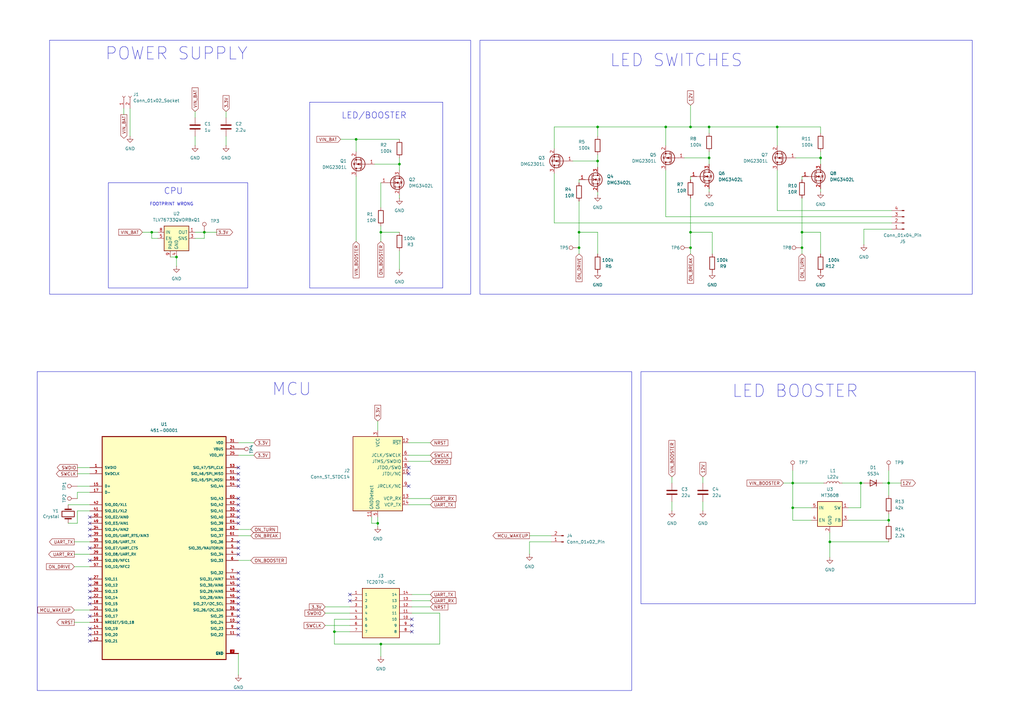
<source format=kicad_sch>
(kicad_sch (version 20250114) (generator "eeschema") (generator_version "9.0")
  (paper "A3")
  (title_block (title "ttl_receiver"))
  (rectangle (start 44.45 74.93) (end 101.6 118.11))
  (rectangle (start 20.32 16.51) (end 193.04 120.65))
  (rectangle (start 196.85 16.51) (end 398.78 120.65))
  (rectangle (start 127 41.91) (end 181.61 118.11))
  (rectangle (start 15.24 152.4) (end 259.08 283.21))
  (rectangle (start 262.89 152.4) (end 400.05 247.65))
  (text "LED/BOOSTER" (at 153.416 47.498 0) (effects (font (size 2.54 2.54))))
  (text "LED BOOSTER" (at 326.136 160.528 0) (effects (font (size 5.08 5.08))))
  (text "FOOTPRINT WRONG" (at 70.358 83.82 0) (effects (font (size 1.27 1.27))))
  (text "MCU" (at 119.634 159.766 0) (effects (font (size 5.08 5.08))))
  (text "CPU" (at 71.12 78.486 0) (effects (font (size 2.54 2.54))))
  (text "LED SWITCHES" (at 277.368 24.892 0) (effects (font (size 5.08 5.08))))
  (text "POWER SUPPLY" (at 72.39 22.098 0) (effects (font (size 5.08 5.08))))
  (junction (at 328.93 95.25))
  (junction (at 336.55 64.77))
  (junction (at 163.83 67.31))
  (junction (at 62.23 95.25))
  (junction (at 283.21 95.25))
  (junction (at 237.49 101.6))
  (junction (at 325.12 198.12))
  (junction (at 137.16 259.08))
  (junction (at 156.21 264.16))
  (junction (at 325.12 208.28))
  (junction (at 283.21 52.07))
  (junction (at 245.11 66.04))
  (junction (at 290.83 52.07))
  (junction (at 364.49 198.12))
  (junction (at 245.11 52.07))
  (junction (at 83.82 95.25))
  (junction (at 154.94 214.63))
  (junction (at 364.49 213.36))
  (junction (at 290.83 64.77))
  (junction (at 353.06 198.12))
  (junction (at 328.93 101.6))
  (junction (at 146.05 57.15))
  (junction (at 318.77 52.07))
  (junction (at 340.36 222.25))
  (junction (at 283.21 101.6))
  (junction (at 273.05 52.07))
  (junction (at 72.39 105.41))
  (junction (at 156.21 95.25))
  (junction (at 237.49 95.25))
  (no_connect (at 168.91 259.08))
  (no_connect (at 167.64 191.77))
  (no_connect (at 36.83 247.65))
  (no_connect (at 36.83 229.87))
  (no_connect (at 36.83 217.17))
  (no_connect (at 97.79 204.47))
  (no_connect (at 36.83 212.09))
  (no_connect (at 36.83 252.73))
  (no_connect (at 36.83 219.71))
  (no_connect (at 168.91 256.54))
  (no_connect (at 167.64 194.31))
  (no_connect (at 36.83 214.63))
  (no_connect (at 97.79 237.49))
  (no_connect (at 97.79 250.19))
  (no_connect (at 36.83 245.11))
  (no_connect (at 97.79 212.09))
  (no_connect (at 97.79 207.01))
  (no_connect (at 97.79 209.55))
  (no_connect (at 97.79 222.25))
  (no_connect (at 97.79 247.65))
  (no_connect (at 143.51 246.38))
  (no_connect (at 97.79 245.11))
  (no_connect (at 36.83 240.03))
  (no_connect (at 36.83 262.89))
  (no_connect (at 168.91 254))
  (no_connect (at 97.79 255.27))
  (no_connect (at 97.79 227.33))
  (no_connect (at 143.51 243.84))
  (no_connect (at 36.83 224.79))
  (no_connect (at 97.79 242.57))
  (no_connect (at 167.64 199.39))
  (no_connect (at 97.79 257.81))
  (no_connect (at 97.79 252.73))
  (no_connect (at 36.83 257.81))
  (no_connect (at 97.79 199.39))
  (no_connect (at 97.79 191.77))
  (no_connect (at 97.79 260.35))
  (no_connect (at 36.83 237.49))
  (no_connect (at 97.79 194.31))
  (no_connect (at 97.79 214.63))
  (no_connect (at 97.79 234.95))
  (no_connect (at 36.83 242.57))
  (no_connect (at 97.79 224.79))
  (no_connect (at 97.79 240.03))
  (no_connect (at 97.79 196.85))
  (no_connect (at 36.83 260.35))
  (wire (pts (xy 83.82 95.25) (xy 88.9 95.25)))
  (wire (pts (xy 176.53 243.84) (xy 168.91 243.84)))
  (wire (pts (xy 280.67 64.77) (xy 290.83 64.77)))
  (wire (pts (xy 290.83 52.07) (xy 290.83 54.61)))
  (wire (pts (xy 237.49 101.6) (xy 237.49 104.14)))
  (wire (pts (xy 245.11 95.25) (xy 245.11 104.14)))
  (wire (pts (xy 227.33 52.07) (xy 245.11 52.07)))
  (wire (pts (xy 288.29 209.55) (xy 288.29 205.74)))
  (wire (pts (xy 290.83 52.07) (xy 318.77 52.07)))
  (wire (pts (xy 326.39 64.77) (xy 336.55 64.77)))
  (wire (pts (xy 336.55 78.74) (xy 336.55 77.47)))
  (wire (pts (xy 152.4 214.63) (xy 152.4 212.09)))
  (wire (pts (xy 321.31 198.12) (xy 325.12 198.12)))
  (wire (pts (xy 328.93 72.39) (xy 328.93 73.66)))
  (wire (pts (xy 245.11 52.07) (xy 273.05 52.07)))
  (wire (pts (xy 283.21 72.39) (xy 283.21 73.66)))
  (wire (pts (xy 176.53 248.92) (xy 168.91 248.92)))
  (wire (pts (xy 290.83 62.23) (xy 290.83 64.77)))
  (wire (pts (xy 137.16 259.08) (xy 143.51 259.08)))
  (wire (pts (xy 154.94 172.72) (xy 154.94 176.53)))
  (wire (pts (xy 97.79 219.71) (xy 102.87 219.71)))
  (wire (pts (xy 143.51 254) (xy 137.16 254)))
  (wire (pts (xy 245.11 68.58) (xy 245.11 66.04)))
  (wire (pts (xy 328.93 95.25) (xy 328.93 101.6)))
  (wire (pts (xy 325.12 208.28) (xy 332.74 208.28)))
  (wire (pts (xy 318.77 86.36) (xy 318.77 69.85)))
  (wire (pts (xy 283.21 52.07) (xy 290.83 52.07)))
  (wire (pts (xy 227.33 91.44) (xy 365.76 91.44)))
  (wire (pts (xy 30.48 222.25) (xy 36.83 222.25)))
  (wire (pts (xy 245.11 55.88) (xy 245.11 52.07)))
  (wire (pts (xy 336.55 67.31) (xy 336.55 64.77)))
  (wire (pts (xy 354.33 93.98) (xy 365.76 93.98)))
  (wire (pts (xy 354.33 100.33) (xy 354.33 93.98)))
  (wire (pts (xy 336.55 95.25) (xy 328.93 95.25)))
  (wire (pts (xy 180.34 251.46) (xy 180.34 264.16)))
  (wire (pts (xy 340.36 222.25) (xy 364.49 222.25)))
  (wire (pts (xy 273.05 52.07) (xy 273.05 59.69)))
  (wire (pts (xy 361.95 198.12) (xy 364.49 198.12)))
  (wire (pts (xy 163.83 67.31) (xy 163.83 69.85)))
  (wire (pts (xy 156.21 95.25) (xy 156.21 99.06)))
  (wire (pts (xy 137.16 264.16) (xy 156.21 264.16)))
  (wire (pts (xy 283.21 81.28) (xy 283.21 95.25)))
  (wire (pts (xy 168.91 251.46) (xy 180.34 251.46)))
  (wire (pts (xy 245.11 63.5) (xy 245.11 66.04)))
  (wire (pts (xy 369.57 198.12) (xy 364.49 198.12)))
  (wire (pts (xy 30.48 255.27) (xy 36.83 255.27)))
  (wire (pts (xy 283.21 95.25) (xy 283.21 101.6)))
  (wire (pts (xy 146.05 57.15) (xy 163.83 57.15)))
  (wire (pts (xy 139.7 57.15) (xy 146.05 57.15)))
  (wire (pts (xy 325.12 198.12) (xy 325.12 208.28)))
  (wire (pts (xy 30.48 232.41) (xy 36.83 232.41)))
  (wire (pts (xy 137.16 254) (xy 137.16 259.08)))
  (wire (pts (xy 97.79 217.17) (xy 102.87 217.17)))
  (wire (pts (xy 354.33 198.12) (xy 353.06 198.12)))
  (wire (pts (xy 273.05 88.9) (xy 273.05 69.85)))
  (wire (pts (xy 31.75 199.39) (xy 36.83 199.39)))
  (wire (pts (xy 146.05 57.15) (xy 146.05 62.23)))
  (wire (pts (xy 133.35 251.46) (xy 143.51 251.46)))
  (wire (pts (xy 31.75 194.31) (xy 36.83 194.31)))
  (wire (pts (xy 163.83 102.87) (xy 163.83 110.49)))
  (wire (pts (xy 283.21 95.25) (xy 292.1 95.25)))
  (wire (pts (xy 283.21 101.6) (xy 283.21 104.14)))
  (wire (pts (xy 318.77 52.07) (xy 336.55 52.07)))
  (wire (pts (xy 217.17 222.25) (xy 217.17 227.33)))
  (wire (pts (xy 104.14 181.61) (xy 97.79 181.61)))
  (wire (pts (xy 292.1 95.25) (xy 292.1 104.14)))
  (wire (pts (xy 275.59 198.12) (xy 275.59 195.58)))
  (wire (pts (xy 156.21 264.16) (xy 156.21 269.24)))
  (wire (pts (xy 154.94 214.63) (xy 154.94 212.09)))
  (wire (pts (xy 97.79 229.87) (xy 102.87 229.87)))
  (wire (pts (xy 146.05 72.39) (xy 146.05 99.06)))
  (wire (pts (xy 92.71 59.69) (xy 92.71 55.88)))
  (wire (pts (xy 217.17 219.71) (xy 226.06 219.71)))
  (wire (pts (xy 353.06 208.28) (xy 347.98 208.28)))
  (wire (pts (xy 133.35 248.92) (xy 143.51 248.92)))
  (wire (pts (xy 340.36 218.44) (xy 340.36 222.25)))
  (wire (pts (xy 226.06 222.25) (xy 217.17 222.25)))
  (wire (pts (xy 154.94 215.9) (xy 154.94 214.63)))
  (wire (pts (xy 290.83 67.31) (xy 290.83 64.77)))
  (wire (pts (xy 347.98 213.36) (xy 364.49 213.36)))
  (wire (pts (xy 234.95 66.04) (xy 245.11 66.04)))
  (wire (pts (xy 92.71 45.72) (xy 92.71 48.26)))
  (wire (pts (xy 176.53 186.69) (xy 167.64 186.69)))
  (wire (pts (xy 80.01 59.69) (xy 80.01 55.88)))
  (wire (pts (xy 80.01 97.79) (xy 83.82 97.79)))
  (wire (pts (xy 345.44 198.12) (xy 353.06 198.12)))
  (wire (pts (xy 325.12 198.12) (xy 337.82 198.12)))
  (wire (pts (xy 72.39 109.22) (xy 72.39 105.41)))
  (wire (pts (xy 325.12 213.36) (xy 325.12 208.28)))
  (wire (pts (xy 97.79 276.86) (xy 97.79 267.97)))
  (wire (pts (xy 365.76 88.9) (xy 273.05 88.9)))
  (wire (pts (xy 80.01 48.26) (xy 80.01 45.72)))
  (wire (pts (xy 31.75 209.55) (xy 36.83 209.55)))
  (wire (pts (xy 364.49 193.04) (xy 364.49 198.12)))
  (wire (pts (xy 176.53 246.38) (xy 168.91 246.38)))
  (wire (pts (xy 288.29 195.58) (xy 288.29 198.12)))
  (wire (pts (xy 137.16 259.08) (xy 137.16 264.16)))
  (wire (pts (xy 336.55 52.07) (xy 336.55 54.61)))
  (wire (pts (xy 290.83 78.74) (xy 290.83 77.47)))
  (wire (pts (xy 176.53 204.47) (xy 167.64 204.47)))
  (wire (pts (xy 353.06 198.12) (xy 353.06 208.28)))
  (wire (pts (xy 176.53 207.01) (xy 167.64 207.01)))
  (wire (pts (xy 245.11 80.01) (xy 245.11 78.74)))
  (wire (pts (xy 332.74 213.36) (xy 325.12 213.36)))
  (wire (pts (xy 30.48 250.19) (xy 36.83 250.19)))
  (wire (pts (xy 80.01 95.25) (xy 83.82 95.25)))
  (wire (pts (xy 336.55 104.14) (xy 336.55 95.25)))
  (wire (pts (xy 53.34 44.45) (xy 53.34 55.88)))
  (wire (pts (xy 156.21 264.16) (xy 180.34 264.16)))
  (wire (pts (xy 156.21 92.71) (xy 156.21 95.25)))
  (wire (pts (xy 325.12 193.04) (xy 325.12 198.12)))
  (wire (pts (xy 176.53 189.23) (xy 167.64 189.23)))
  (wire (pts (xy 328.93 101.6) (xy 328.93 104.14)))
  (wire (pts (xy 97.79 186.69) (xy 104.14 186.69)))
  (wire (pts (xy 62.23 97.79) (xy 62.23 95.25)))
  (wire (pts (xy 64.77 97.79) (xy 62.23 97.79)))
  (wire (pts (xy 83.82 97.79) (xy 83.82 95.25)))
  (wire (pts (xy 36.83 201.93) (xy 31.75 201.93)))
  (wire (pts (xy 27.94 207.01) (xy 36.83 207.01)))
  (wire (pts (xy 31.75 201.93) (xy 31.75 204.47)))
  (wire (pts (xy 133.35 256.54) (xy 143.51 256.54)))
  (wire (pts (xy 163.83 81.28) (xy 163.83 80.01)))
  (wire (pts (xy 30.48 227.33) (xy 36.83 227.33)))
  (wire (pts (xy 154.94 214.63) (xy 152.4 214.63)))
  (wire (pts (xy 227.33 52.07) (xy 227.33 60.96)))
  (wire (pts (xy 31.75 214.63) (xy 27.94 214.63)))
  (wire (pts (xy 156.21 95.25) (xy 163.83 95.25)))
  (wire (pts (xy 62.23 95.25) (xy 58.42 95.25)))
  (wire (pts (xy 340.36 222.25) (xy 340.36 228.6)))
  (wire (pts (xy 328.93 81.28) (xy 328.93 95.25)))
  (wire (pts (xy 31.75 209.55) (xy 31.75 214.63)))
  (wire (pts (xy 364.49 214.63) (xy 364.49 213.36)))
  (wire (pts (xy 318.77 52.07) (xy 318.77 59.69)))
  (wire (pts (xy 163.83 64.77) (xy 163.83 67.31)))
  (wire (pts (xy 336.55 62.23) (xy 336.55 64.77)))
  (wire (pts (xy 273.05 52.07) (xy 283.21 52.07)))
  (wire (pts (xy 283.21 43.18) (xy 283.21 52.07)))
  (wire (pts (xy 237.49 95.25) (xy 237.49 101.6)))
  (wire (pts (xy 72.39 105.41) (xy 69.85 105.41)))
  (wire (pts (xy 237.49 73.66) (xy 237.49 74.93)))
  (wire (pts (xy 275.59 209.55) (xy 275.59 205.74)))
  (wire (pts (xy 237.49 82.55) (xy 237.49 95.25)))
  (wire (pts (xy 50.8 46.99) (xy 50.8 44.45)))
  (wire (pts (xy 237.49 95.25) (xy 245.11 95.25)))
  (wire (pts (xy 153.67 67.31) (xy 163.83 67.31)))
  (wire (pts (xy 176.53 181.61) (xy 167.64 181.61)))
  (wire (pts (xy 227.33 91.44) (xy 227.33 71.12)))
  (wire (pts (xy 156.21 74.93) (xy 156.21 85.09)))
  (wire (pts (xy 364.49 213.36) (xy 364.49 210.82)))
  (wire (pts (xy 365.76 86.36) (xy 318.77 86.36)))
  (wire (pts (xy 364.49 198.12) (xy 364.49 203.2)))
  (wire (pts (xy 64.77 95.25) (xy 62.23 95.25)))
  (wire (pts (xy 31.75 191.77) (xy 36.83 191.77)))
  (global_label "NRST" (shape input) (at 176.53 248.92 0) (property "Intersheetrefs" "${INTERSHEET_REFS}" (effects (hide yes))))
  (global_label "12V" (shape output) (at 369.57 198.12 0) (property "Intersheetrefs" "${INTERSHEET_REFS}" (effects (hide yes))))
  (global_label "ON_DRIVE" (shape input) (at 237.49 104.14 270) (property "Intersheetrefs" "${INTERSHEET_REFS}" (effects (hide yes))))
  (global_label "ON_TURN" (shape input) (at 328.93 104.14 270) (property "Intersheetrefs" "${INTERSHEET_REFS}" (effects (hide yes))))
  (global_label "MCU_WAKEUP" (shape input) (at 30.48 250.19 180) (property "Intersheetrefs" "${INTERSHEET_REFS}" (effects (hide yes))))
  (global_label "VIN_BAT" (shape input) (at 80.01 45.72 90) (property "Intersheetrefs" "${INTERSHEET_REFS}" (effects (hide yes))))
  (global_label "SWCLK" (shape output) (at 31.75 194.31 180) (property "Intersheetrefs" "${INTERSHEET_REFS}" (effects (hide yes))))
  (global_label "VIN_BOOSTER" (shape input) (at 146.05 99.06 270) (property "Intersheetrefs" "${INTERSHEET_REFS}" (effects (hide yes))))
  (global_label "SWDIO" (shape input) (at 176.53 189.23 0) (property "Intersheetrefs" "${INTERSHEET_REFS}" (effects (hide yes))))
  (global_label "UART_RX" (shape output) (at 30.48 227.33 180) (property "Intersheetrefs" "${INTERSHEET_REFS}" (effects (hide yes))))
  (global_label "ON_BOOSTER" (shape input) (at 102.87 229.87 0) (property "Intersheetrefs" "${INTERSHEET_REFS}" (effects (hide yes))))
  (global_label "3.3V" (shape input) (at 133.35 248.92 180) (property "Intersheetrefs" "${INTERSHEET_REFS}" (effects (hide yes))))
  (global_label "VIN_BOOSTER" (shape input) (at 321.31 198.12 180) (property "Intersheetrefs" "${INTERSHEET_REFS}" (effects (hide yes))))
  (global_label "SWCLK" (shape input) (at 133.35 256.54 180) (property "Intersheetrefs" "${INTERSHEET_REFS}" (effects (hide yes))))
  (global_label "3.3V" (shape input) (at 104.14 181.61 0) (property "Intersheetrefs" "${INTERSHEET_REFS}" (effects (hide yes))))
  (global_label "ON_BREAK" (shape input) (at 283.21 104.14 270) (property "Intersheetrefs" "${INTERSHEET_REFS}" (effects (hide yes))))
  (global_label "VIN_BAT" (shape output) (at 50.8 46.99 270) (property "Intersheetrefs" "${INTERSHEET_REFS}" (effects (hide yes))))
  (global_label "MCU_WAKEUP" (shape output) (at 217.17 219.71 180) (property "Intersheetrefs" "${INTERSHEET_REFS}" (effects (hide yes))))
  (global_label "UART_RX" (shape input) (at 176.53 204.47 0) (property "Intersheetrefs" "${INTERSHEET_REFS}" (effects (hide yes))))
  (global_label "UART_TX" (shape output) (at 30.48 222.25 180) (property "Intersheetrefs" "${INTERSHEET_REFS}" (effects (hide yes))))
  (global_label "12V" (shape input) (at 288.29 195.58 90) (property "Intersheetrefs" "${INTERSHEET_REFS}" (effects (hide yes))))
  (global_label "UART_TX" (shape input) (at 176.53 243.84 0) (property "Intersheetrefs" "${INTERSHEET_REFS}" (effects (hide yes))))
  (global_label "SWDIO" (shape input) (at 133.35 251.46 180) (property "Intersheetrefs" "${INTERSHEET_REFS}" (effects (hide yes))))
  (global_label "VIN_BAT" (shape input) (at 58.42 95.25 180) (property "Intersheetrefs" "${INTERSHEET_REFS}" (effects (hide yes))))
  (global_label "3.3V" (shape input) (at 92.71 45.72 90) (property "Intersheetrefs" "${INTERSHEET_REFS}" (effects (hide yes))))
  (global_label "VIN_BAT" (shape input) (at 139.7 57.15 180) (property "Intersheetrefs" "${INTERSHEET_REFS}" (effects (hide yes))))
  (global_label "NRST" (shape output) (at 30.48 255.27 180) (property "Intersheetrefs" "${INTERSHEET_REFS}" (effects (hide yes))))
  (global_label "SWDIO" (shape output) (at 31.75 191.77 180) (property "Intersheetrefs" "${INTERSHEET_REFS}" (effects (hide yes))))
  (global_label "ON_TURN" (shape input) (at 102.87 217.17 0) (property "Intersheetrefs" "${INTERSHEET_REFS}" (effects (hide yes))))
  (global_label "ON_BOOSTER" (shape input) (at 156.21 99.06 270) (property "Intersheetrefs" "${INTERSHEET_REFS}" (effects (hide yes))))
  (global_label "UART_RX" (shape input) (at 176.53 246.38 0) (property "Intersheetrefs" "${INTERSHEET_REFS}" (effects (hide yes))))
  (global_label "12V" (shape input) (at 283.21 43.18 90) (property "Intersheetrefs" "${INTERSHEET_REFS}" (effects (hide yes))))
  (global_label "3.3V" (shape output) (at 88.9 95.25 0) (property "Intersheetrefs" "${INTERSHEET_REFS}" (effects (hide yes))))
  (global_label "NRST" (shape input) (at 176.53 181.61 0) (property "Intersheetrefs" "${INTERSHEET_REFS}" (effects (hide yes))))
  (global_label "ON_DRIVE" (shape input) (at 30.48 232.41 180) (property "Intersheetrefs" "${INTERSHEET_REFS}" (effects (hide yes))))
  (global_label "3.3V" (shape input) (at 104.14 186.69 0) (property "Intersheetrefs" "${INTERSHEET_REFS}" (effects (hide yes))))
  (global_label "SWCLK" (shape input) (at 176.53 186.69 0) (property "Intersheetrefs" "${INTERSHEET_REFS}" (effects (hide yes))))
  (global_label "3.3V" (shape input) (at 154.94 172.72 90) (property "Intersheetrefs" "${INTERSHEET_REFS}" (effects (hide yes))))
  (global_label "ON_BREAK" (shape input) (at 102.87 219.71 0) (property "Intersheetrefs" "${INTERSHEET_REFS}" (effects (hide yes))))
  (global_label "VIN_BOOSTER" (shape input) (at 275.59 195.58 90) (property "Intersheetrefs" "${INTERSHEET_REFS}" (effects (hide yes))))
  (global_label "UART_TX" (shape input) (at 176.53 207.01 0) (property "Intersheetrefs" "${INTERSHEET_REFS}" (effects (hide yes))))
  (symbol (lib_id "Connector:TestPoint") (at 31.75 199.39 90) (unit 1)
    (property "Reference" "TP1" (at 26.416 201.168 0) (effects (justify left)))
    (property "Value" "TestPoint" (effects (hide yes)))
    (property "Footprint" "TestPoint:TestPoint_Pad_D2.0mm" (effects (hide yes)))
    (property "Description" "test point" (effects (hide yes)))
  )
  (symbol (lib_id "Device:R") (at 163.83 60.96 0) (unit 1)
    (property "Reference" "R2" (at 155.956 59.436 0) (effects (justify left)))
    (property "Value" "100k" (at 155.956 61.976 0) (effects (justify left)))
    (property "Footprint" "Resistor_SMD:R_1206_3216Metric_Pad1.30x1.75mm_HandSolder" (effects (hide yes)))
    (property "Description" "Resistor" (effects (hide yes)))
    (property "LCSC" "C17900" (effects (hide yes)))
  )
  (symbol (lib_id "Connector:TestPoint") (at 83.82 95.25 0) (unit 1)
    (property "Reference" "TP3" (at 86.36 90.6779 0) (effects (justify left)))
    (property "Value" "TestPoint" (effects (hide yes)))
    (property "Footprint" "TestPoint:TestPoint_Pad_D2.0mm" (effects (hide yes)))
    (property "Description" "test point" (effects (hide yes)))
  )
  (symbol (lib_id "Device:Crystal") (at 27.94 210.82 90) (unit 1)
    (property "Reference" "Y1" (at 21.59 209.55 90) (effects (justify right)))
    (property "Value" "Crystal" (at 17.526 211.836 90) (effects (justify right)))
    (property "Footprint" "Crystal:Crystal_SMD_MicroCrystal_CC8V-T1A-2Pin_2.0x1.2mm" (effects (hide yes)))
    (property "Description" "Two pin crystal" (effects (hide yes)))
    (property "Mouser Part#" "428-201410-MC01" (effects (hide yes)))
    (property "LCSC Part#" "C5142652" (effects (hide yes)))
    (property "LCSC" "C5142652" (effects (hide yes)))
  )
  (symbol (lib_id "power:GND") (at 80.01 59.69 0) (unit 1)
    (property "Reference" "#PWR03" (effects (hide yes)))
    (property "Value" "GND" (at 80.01 64.77 0))
    (property "Description" "Power symbol creates a global label with name \"GND\" , ground" (effects (hide yes)))
  )
  (symbol (lib_id "Device:R") (at 292.1 107.95 180) (unit 1)
    (property "Reference" "R9" (at 297.942 109.22 0) (effects (justify left)))
    (property "Value" "100k" (at 298.704 106.68 0) (effects (justify left)))
    (property "Footprint" "Resistor_SMD:R_1206_3216Metric_Pad1.30x1.75mm_HandSolder" (effects (hide yes)))
    (property "Description" "Resistor" (effects (hide yes)))
    (property "LCSC" "C17900" (effects (hide yes)))
  )
  (symbol (lib_id "power:GND") (at 53.34 55.88 0) (unit 1)
    (property "Reference" "#PWR01" (effects (hide yes)))
    (property "Value" "GND" (at 53.34 60.96 0))
    (property "Description" "Power symbol creates a global label with name \"GND\" , ground" (effects (hide yes)))
  )
  (symbol (lib_id "Transistor_FET:DMG3402L") (at 334.01 72.39 0) (unit 1)
    (property "Reference" "Q8" (at 340.36 71.1199 0) (effects (justify left)))
    (property "Value" "DMG3402L" (at 340.36 73.6599 0) (effects (justify left)))
    (property "Footprint" "Package_TO_SOT_SMD:SOT-23" (effects (hide yes)))
    (property "Datasheet" "http://www.diodes.com/assets/Datasheets/DMG3402L.pdf" (effects (hide yes)))
    (property "Description" "4A Id, 30V Vds, N-Channel MOSFET, SOT-23" (effects (hide yes)))
    (property "LCSC" "C96614" (effects (hide yes)))
  )
  (symbol (lib_id "power:GND") (at 292.1 111.76 0) (unit 1)
    (property "Reference" "#PWR016" (effects (hide yes)))
    (property "Value" "GND" (at 292.1 116.84 0))
    (property "Description" "Power symbol creates a global label with name \"GND\" , ground" (effects (hide yes)))
  )
  (symbol (lib_id "Device:R") (at 364.49 218.44 0) (unit 1)
    (property "Reference" "R14" (at 367.03 217.1699 0) (effects (justify left)))
    (property "Value" "2.2k" (at 367.03 219.7099 0) (effects (justify left)))
    (property "Footprint" "Resistor_SMD:R_1206_3216Metric_Pad1.30x1.75mm_HandSolder" (effects (hide yes)))
    (property "Description" "Resistor" (effects (hide yes)))
    (property "LCSC" "C114933" (effects (hide yes)))
  )
  (symbol (lib_id "TTF_Library:TC2070-IDC") (at 156.21 251.46 0) (unit 1)
    (property "Reference" "J3" (at 156.21 236.22 0))
    (property "Value" "TC2070-IDC" (at 156.21 238.76 0))
    (property "Footprint" "TTF_Lib:TAG-CONNECT_TC2070-IDC" (effects (hide yes)))
    (property "Datasheet" "https://www.tag-connect.com/wp-content/uploads/bsk-pdf-manager/TC2070-IDC-NL_Datasheet_12.pdf" (effects (hide yes)))
    (property "Description" "https://www.tag-connect.com/product/tc2070-idc-nl-050" (effects (hide yes)))
    (property "SnapEDA_Link" "https://www.snapeda.com/parts/TC2070-IDC/Tag-Connect/view-part/?ref=snap" (effects (hide yes)))
    (property "MP" "TC2070-IDC" (effects (hide yes)))
    (property "MANUFACTURER" "TAG Connect" (effects (hide yes)))
  )
  (symbol (lib_id "Connector:TestPoint") (at 328.93 101.6 90) (unit 1)
    (property "Reference" "TP8" (at 322.834 101.6 90))
    (property "Value" "TestPoint" (effects (hide yes)))
    (property "Footprint" "TestPoint:TestPoint_Pad_D2.0mm" (effects (hide yes)))
    (property "Description" "test point" (effects (hide yes)))
  )
  (symbol (lib_id "Transistor_FET:DMG3402L") (at 288.29 72.39 0) (unit 1)
    (property "Reference" "Q6" (at 294.64 71.1199 0) (effects (justify left)))
    (property "Value" "DMG3402L" (at 294.64 73.6599 0) (effects (justify left)))
    (property "Footprint" "Package_TO_SOT_SMD:SOT-23" (effects (hide yes)))
    (property "Datasheet" "http://www.diodes.com/assets/Datasheets/DMG3402L.pdf" (effects (hide yes)))
    (property "Description" "4A Id, 30V Vds, N-Channel MOSFET, SOT-23" (effects (hide yes)))
    (property "LCSC" "C96614" (effects (hide yes)))
  )
  (symbol (lib_id "Device:R") (at 156.21 88.9 0) (unit 1)
    (property "Reference" "R1" (at 150.368 87.884 0) (effects (justify left)))
    (property "Value" "10R" (at 150.368 90.424 0) (effects (justify left)))
    (property "Footprint" "Resistor_SMD:R_1206_3216Metric_Pad1.30x1.75mm_HandSolder" (effects (hide yes)))
    (property "Description" "Resistor" (effects (hide yes)))
    (property "LCSC" "C104606" (effects (hide yes)))
  )
  (symbol (lib_id "Connector:TestPoint") (at 237.49 101.6 90) (unit 1)
    (property "Reference" "TP5" (at 231.394 101.6 90))
    (property "Value" "TestPoint" (effects (hide yes)))
    (property "Footprint" "TestPoint:TestPoint_Pad_D2.0mm" (effects (hide yes)))
    (property "Description" "test point" (effects (hide yes)))
  )
  (symbol (lib_id "Transistor_FET:DMG2301L") (at 321.31 64.77 180) (unit 1)
    (property "Reference" "Q7" (at 314.96 63.4999 0) (effects (justify left)))
    (property "Value" "DMG2301L" (at 314.96 66.0399 0) (effects (justify left)))
    (property "Footprint" "Package_TO_SOT_SMD:SOT-23" (effects (hide yes)))
    (property "Datasheet" "https://www.diodes.com/assets/Datasheets/DMG2301L.pdf" (effects (hide yes)))
    (property "Description" "-3A Id, -20V Vds, P-Channel MOSFET, SOT-23" (effects (hide yes)))
    (property "LCSC" "C102619" (effects (hide yes)))
  )
  (symbol (lib_id "Connector:Conn_01x02_Pin") (at 231.14 222.25 180) (unit 1)
    (property "Reference" "J4" (at 232.41 219.7099 0) (effects (justify right)))
    (property "Value" "Conn_01x02_Pin" (at 232.41 222.2499 0) (effects (justify right)))
    (property "Footprint" "Connector_PinSocket_2.54mm:PinSocket_1x02_P2.54mm_Vertical" (effects (hide yes)))
    (property "Description" "Generic connector, single row, 01x02, script generated" (effects (hide yes)))
  )
  (symbol (lib_id "Device:R") (at 163.83 99.06 180) (unit 1)
    (property "Reference" "R3" (at 169.672 100.33 0) (effects (justify left)))
    (property "Value" "100k" (at 170.434 97.79 0) (effects (justify left)))
    (property "Footprint" "Resistor_SMD:R_1206_3216Metric_Pad1.30x1.75mm_HandSolder" (effects (hide yes)))
    (property "Description" "Resistor" (effects (hide yes)))
    (property "LCSC" "C17900" (effects (hide yes)))
  )
  (symbol (lib_id "Device:R") (at 328.93 77.47 0) (unit 1)
    (property "Reference" "R10" (at 323.088 76.2 0) (effects (justify left)))
    (property "Value" "10R" (at 323.088 78.74 0) (effects (justify left)))
    (property "Footprint" "Resistor_SMD:R_1206_3216Metric_Pad1.30x1.75mm_HandSolder" (effects (hide yes)))
    (property "Description" "Resistor" (effects (hide yes)))
    (property "LCSC" "C104606" (effects (hide yes)))
  )
  (symbol (lib_id "Device:C") (at 275.59 201.93 0) (unit 1)
    (property "Reference" "C3" (at 279.4 200.6599 0) (effects (justify left)))
    (property "Value" "22u" (at 279.4 203.1999 0) (effects (justify left)))
    (property "Footprint" "Capacitor_SMD:C_1206_3216Metric_Pad1.33x1.80mm_HandSolder" (effects (hide yes)))
    (property "Description" "Unpolarized capacitor" (effects (hide yes)))
    (property "LCSC" "C12891" (effects (hide yes)))
  )
  (symbol (lib_id "Device:L") (at 341.63 198.12 90) (unit 1)
    (property "Reference" "L1" (at 341.63 193.04 90))
    (property "Value" "L22u" (at 341.63 195.58 90))
    (property "Footprint" "Inductor_SMD:L_1210_3225Metric" (effects (hide yes)))
    (property "Description" "Inductor" (effects (hide yes)))
    (property "LCSC" "C711136" (effects (hide yes)))
  )
  (symbol (lib_id "power:GND") (at 163.83 110.49 0) (unit 1)
    (property "Reference" "#PWR09" (effects (hide yes)))
    (property "Value" "GND" (at 163.83 115.57 0))
    (property "Description" "Power symbol creates a global label with name \"GND\" , ground" (effects (hide yes)))
  )
  (symbol (lib_id "Connector:Conn_01x02_Socket") (at 50.8 39.37 90) (unit 1)
    (property "Reference" "J1" (at 54.61 38.7349 90) (effects (justify right)))
    (property "Value" "Conn_01x02_Socket" (at 54.61 41.2749 90) (effects (justify right)))
    (property "Footprint" "Connector_PinHeader_2.54mm:PinHeader_1x02_P2.54mm_Vertical" (effects (hide yes)))
    (property "Description" "Generic connector, single row, 01x02, script generated" (effects (hide yes)))
  )
  (symbol (lib_id "Device:R") (at 336.55 107.95 180) (unit 1)
    (property "Reference" "R12" (at 342.392 109.22 0) (effects (justify left)))
    (property "Value" "100k" (at 344.424 106.68 0) (effects (justify left)))
    (property "Footprint" "Resistor_SMD:R_1206_3216Metric_Pad1.30x1.75mm_HandSolder" (effects (hide yes)))
    (property "Description" "Resistor" (effects (hide yes)))
    (property "LCSC" "C17900" (effects (hide yes)))
  )
  (symbol (lib_id "TTF_Library:451-00001") (at 67.31 224.79 0) (unit 1)
    (property "Reference" "U1" (at 67.31 173.99 0))
    (property "Value" "451-00001" (at 67.31 176.53 0))
    (property "Footprint" "TTF_Lib:XCVR_451-00001" (effects (hide yes)))
    (property "Datasheet" "https://www.lairdconnect.com/documentation/datasheet-bl654" (effects (hide yes)))
    (property "SnapEDA_Link" "https://www.snapeda.com/parts/451-00001/Laird/view-part/?ref=snap" (effects (hide yes)))
    (property "Description_1" "\n                        \n                            802.15.4, Bluetooth Bluetooth v5.0, Thread Transceiver Module 2.4GHz Integrated, Trace Surface Mount\n                        \n" (effects (hide yes)))
    (property "Package" "Module Laird -" (effects (hide yes)))
    (property "Check_prices" "https://www.snapeda.com/parts/451-00001/Laird/view-part/?ref=eda" (effects (hide yes)))
    (property "STANDARD" "Manufacturer Recommendations" (effects (hide yes)))
    (property "MF" "Laird -" (effects (hide yes)))
    (property "MP" "451-00001" (effects (hide yes)))
    (property "MANUFACTURER" "Laird Technology" (effects (hide yes)))
    (property "Mouser Part#" "814-451-00002" (effects (hide yes)))
    (property "LCSC" "C7185357" (effects (hide yes)))
  )
  (symbol (lib_id "Connector:TestPoint") (at 31.75 204.47 90) (unit 1)
    (property "Reference" "TP2" (at 26.416 206.248 0) (effects (justify left)))
    (property "Value" "TestPoint" (effects (hide yes)))
    (property "Footprint" "TestPoint:TestPoint_Pad_D2.0mm" (effects (hide yes)))
    (property "Description" "test point" (effects (hide yes)))
  )
  (symbol (lib_id "Device:C") (at 288.29 201.93 0) (unit 1)
    (property "Reference" "C4" (at 292.1 200.6599 0) (effects (justify left)))
    (property "Value" "22u" (at 292.1 203.1999 0) (effects (justify left)))
    (property "Footprint" "Capacitor_SMD:C_1206_3216Metric_Pad1.33x1.80mm_HandSolder" (effects (hide yes)))
    (property "Description" "Unpolarized capacitor" (effects (hide yes)))
    (property "LCSC" "C12891" (effects (hide yes)))
  )
  (symbol (lib_id "Connector:Conn_01x04_Pin") (at 370.84 91.44 180) (unit 1)
    (property "Reference" "J5" (at 370.205 99.06 0))
    (property "Value" "Conn_01x04_Pin" (at 370.205 96.52 0))
    (property "Footprint" "Connector_PinHeader_2.54mm:PinHeader_1x04_P2.54mm_Vertical" (effects (hide yes)))
    (property "Description" "Generic connector, single row, 01x04, script generated" (effects (hide yes)))
  )
  (symbol (lib_id "Device:D") (at 358.14 198.12 180) (unit 1)
    (property "Reference" "D1" (at 358.14 191.77 0))
    (property "Value" "SS34" (at 358.14 194.31 0))
    (property "Footprint" "Diode_SMD:D_SMA" (effects (hide yes)))
    (property "Datasheet" "https://www.mouser.at/datasheet/2/308/1/SS39_D-1814961.pdf" (effects (hide yes)))
    (property "Description" "Diode" (effects (hide yes)))
    (property "Sim.Device" "D" (effects (hide yes)))
    (property "Sim.Pins" "1=K 2=A" (effects (hide yes)))
    (property "LCSC" "C8678" (effects (hide yes)))
  )
  (symbol (lib_id "power:GND") (at 340.36 228.6 0) (unit 1)
    (property "Reference" "#PWR019" (effects (hide yes)))
    (property "Value" "GND" (at 340.36 233.68 0))
    (property "Description" "Power symbol creates a global label with name \"GND\" , ground" (effects (hide yes)))
  )
  (symbol (lib_id "Connector:TestPoint") (at 283.21 101.6 90) (unit 1)
    (property "Reference" "TP6" (at 277.114 101.6 90))
    (property "Value" "TestPoint" (effects (hide yes)))
    (property "Footprint" "TestPoint:TestPoint_Pad_D2.0mm" (effects (hide yes)))
    (property "Description" "test point" (effects (hide yes)))
  )
  (symbol (lib_id "Transistor_FET:DMG2301L") (at 229.87 66.04 180) (unit 1)
    (property "Reference" "Q3" (at 223.52 64.7699 0) (effects (justify left)))
    (property "Value" "DMG2301L" (at 223.52 67.3099 0) (effects (justify left)))
    (property "Footprint" "Package_TO_SOT_SMD:SOT-23" (effects (hide yes)))
    (property "Datasheet" "https://www.diodes.com/assets/Datasheets/DMG2301L.pdf" (effects (hide yes)))
    (property "Description" "-3A Id, -20V Vds, P-Channel MOSFET, SOT-23" (effects (hide yes)))
    (property "LCSC" "C102619" (effects (hide yes)))
  )
  (symbol (lib_id "Device:R") (at 364.49 207.01 0) (unit 1)
    (property "Reference" "R13" (at 367.03 205.7399 0) (effects (justify left)))
    (property "Value" "42k" (at 367.03 208.2799 0) (effects (justify left)))
    (property "Footprint" "Resistor_SMD:R_1206_3216Metric_Pad1.30x1.75mm_HandSolder" (effects (hide yes)))
    (property "Description" "Resistor" (effects (hide yes)))
    (property "LCSC" "C229633" (effects (hide yes)))
  )
  (symbol (lib_id "Device:R") (at 290.83 58.42 0) (unit 1)
    (property "Reference" "R8" (at 282.956 56.896 0) (effects (justify left)))
    (property "Value" "100k" (at 282.956 59.436 0) (effects (justify left)))
    (property "Footprint" "Resistor_SMD:R_1206_3216Metric_Pad1.30x1.75mm_HandSolder" (effects (hide yes)))
    (property "Description" "Resistor" (effects (hide yes)))
    (property "LCSC" "C17900" (effects (hide yes)))
  )
  (symbol (lib_id "Device:C") (at 92.71 52.07 0) (unit 1)
    (property "Reference" "C2" (at 96.52 50.7999 0) (effects (justify left)))
    (property "Value" "2.2u" (at 96.52 53.3399 0) (effects (justify left)))
    (property "Footprint" "Capacitor_SMD:C_1206_3216Metric_Pad1.33x1.80mm_HandSolder" (effects (hide yes)))
    (property "Description" "Unpolarized capacitor" (effects (hide yes)))
    (property "LCSC" "C50254" (effects (hide yes)))
  )
  (symbol (lib_id "Connector:Conn_ST_STDC14") (at 154.94 194.31 0) (unit 1)
    (property "Reference" "J2" (at 143.51 193.0399 0) (effects (justify right)))
    (property "Value" "Conn_ST_STDC14" (at 143.51 195.5799 0) (effects (justify right)))
    (property "Footprint" "Connector_PinHeader_1.27mm:PinHeader_2x07_P1.27mm_Vertical_SMD" (effects (hide yes)))
    (property "Datasheet" "https://www.st.com/content/ccc/resource/technical/document/user_manual/group1/99/49/91/b6/b2/3a/46/e5/DM00526767/files/DM00526767.pdf/jcr:content/translations/en.DM00526767.pdf" (effects (hide yes)))
    (property "Description" "ST Debug Connector, standard ARM Cortex-M SWD and JTAG interface plus UART" (effects (hide yes)))
    (property "LCSC" "C41370775" (effects (hide yes)))
  )
  (symbol (lib_id "power:GND") (at 217.17 227.33 0) (unit 1)
    (property "Reference" "#PWR010" (effects (hide yes)))
    (property "Value" "GND" (at 217.17 232.41 0))
    (property "Description" "Power symbol creates a global label with name \"GND\" , ground" (effects (hide yes)))
  )
  (symbol (lib_id "Regulator_Linear:TLV76733QWDRBxQ1") (at 72.39 97.79 0) (unit 1)
    (property "Reference" "U2" (at 72.39 87.63 0))
    (property "Value" "TLV76733QWDRBxQ1" (at 72.39 90.17 0))
    (property "Footprint" "TTF_Lib:SOP65P490X110-9N" (effects (hide yes)))
    (property "Datasheet" "https://www.ti.com/lit/ds/symlink/tlv767.pdf?ts=1737014666523&ref_url=https%253A%252F%252Fwww.ti.com%252Fproduct%252FTLV767" (effects (hide yes)))
    (property "Description" "1A, 16V Precision Linear Voltage Regulator, with enable pin, Fixed Output 3.3V SOP6" (effects (hide yes)))
    (property "LCSC" "C2873382" (effects (hide yes)))
  )
  (symbol (lib_id "Connector:TestPoint") (at 97.79 184.15 270) (unit 1)
    (property "Reference" "TP4" (at 103.124 182.372 0) (effects (justify left)))
    (property "Value" "TestPoint" (effects (hide yes)))
    (property "Footprint" "TestPoint:TestPoint_Pad_D2.0mm" (effects (hide yes)))
    (property "Description" "test point" (effects (hide yes)))
  )
  (symbol (lib_id "Device:R") (at 283.21 77.47 0) (unit 1)
    (property "Reference" "R7" (at 277.622 75.692 0) (effects (justify left)))
    (property "Value" "10R" (at 277.622 78.232 0) (effects (justify left)))
    (property "Footprint" "Resistor_SMD:R_1206_3216Metric_Pad1.30x1.75mm_HandSolder" (effects (hide yes)))
    (property "Description" "Resistor" (effects (hide yes)))
    (property "LCSC" "C104606" (effects (hide yes)))
  )
  (symbol (lib_id "Connector:TestPoint") (at 364.49 193.04 0) (unit 1)
    (property "Reference" "TP9" (at 367.03 189.7379 0) (effects (justify left)))
    (property "Value" "OUT BOOSTER" (effects (hide yes)))
    (property "Footprint" "TestPoint:TestPoint_Pad_D2.0mm" (effects (hide yes)))
    (property "Description" "test point" (effects (hide yes)))
  )
  (symbol (lib_id "Connector:TestPoint") (at 325.12 193.04 0) (unit 1)
    (property "Reference" "TP7" (at 327.66 189.7379 0) (effects (justify left)))
    (property "Value" "IN BOOSTER" (effects (hide yes)))
    (property "Footprint" "TestPoint:TestPoint_Pad_D2.0mm" (effects (hide yes)))
    (property "Description" "test point" (effects (hide yes)))
  )
  (symbol (lib_id "Transistor_FET:DMG3402L") (at 242.57 73.66 0) (unit 1)
    (property "Reference" "Q4" (at 248.92 72.3899 0) (effects (justify left)))
    (property "Value" "DMG3402L" (at 248.92 74.9299 0) (effects (justify left)))
    (property "Footprint" "Package_TO_SOT_SMD:SOT-23" (effects (hide yes)))
    (property "Datasheet" "http://www.diodes.com/assets/Datasheets/DMG3402L.pdf" (effects (hide yes)))
    (property "Description" "4A Id, 30V Vds, N-Channel MOSFET, SOT-23" (effects (hide yes)))
    (property "LCSC" "C96614" (effects (hide yes)))
  )
  (symbol (lib_id "power:GND") (at 97.79 276.86 0) (unit 1)
    (property "Reference" "#PWR05" (effects (hide yes)))
    (property "Value" "GND" (at 97.79 281.94 0))
    (property "Description" "Power symbol creates a global label with name \"GND\" , ground" (effects (hide yes)))
  )
  (symbol (lib_id "Transistor_FET:DMG2301L") (at 275.59 64.77 180) (unit 1)
    (property "Reference" "Q5" (at 269.24 63.4999 0) (effects (justify left)))
    (property "Value" "DMG2301L" (at 269.24 66.0399 0) (effects (justify left)))
    (property "Footprint" "Package_TO_SOT_SMD:SOT-23" (effects (hide yes)))
    (property "Datasheet" "https://www.diodes.com/assets/Datasheets/DMG2301L.pdf" (effects (hide yes)))
    (property "Description" "-3A Id, -20V Vds, P-Channel MOSFET, SOT-23" (effects (hide yes)))
    (property "LCSC" "C102619" (effects (hide yes)))
  )
  (symbol (lib_id "Transistor_FET:DMG2301L") (at 148.59 67.31 180) (unit 1)
    (property "Reference" "Q1" (at 142.24 66.0399 0) (effects (justify left)))
    (property "Value" "DMG2301L" (at 142.24 68.5799 0) (effects (justify left)))
    (property "Footprint" "Package_TO_SOT_SMD:SOT-23" (effects (hide yes)))
    (property "Datasheet" "https://www.diodes.com/assets/Datasheets/DMG2301L.pdf" (effects (hide yes)))
    (property "Description" "-3A Id, -20V Vds, P-Channel MOSFET, SOT-23" (effects (hide yes)))
    (property "LCSC" "C102619" (effects (hide yes)))
  )
  (symbol (lib_id "power:GND") (at 163.83 81.28 0) (unit 1)
    (property "Reference" "#PWR08" (effects (hide yes)))
    (property "Value" "GND" (at 163.83 86.36 0))
    (property "Description" "Power symbol creates a global label with name \"GND\" , ground" (effects (hide yes)))
  )
  (symbol (lib_id "power:GND") (at 156.21 269.24 0) (unit 1)
    (property "Reference" "#PWR07" (effects (hide yes)))
    (property "Value" "GND" (at 156.21 274.32 0))
    (property "Description" "Power symbol creates a global label with name \"GND\" , ground" (effects (hide yes)))
  )
  (symbol (lib_id "Device:R") (at 336.55 58.42 0) (unit 1)
    (property "Reference" "R11" (at 328.676 56.896 0) (effects (justify left)))
    (property "Value" "100k" (at 328.676 59.436 0) (effects (justify left)))
    (property "Footprint" "Resistor_SMD:R_1206_3216Metric_Pad1.30x1.75mm_HandSolder" (effects (hide yes)))
    (property "Description" "Resistor" (effects (hide yes)))
    (property "LCSC" "C17900" (effects (hide yes)))
  )
  (symbol (lib_id "power:GND") (at 72.39 109.22 0) (unit 1)
    (property "Reference" "#PWR02" (effects (hide yes)))
    (property "Value" "GND" (at 72.39 114.3 0))
    (property "Description" "Power symbol creates a global label with name \"GND\" , ground" (effects (hide yes)))
  )
  (symbol (lib_id "power:GND") (at 336.55 78.74 0) (unit 1)
    (property "Reference" "#PWR017" (effects (hide yes)))
    (property "Value" "GND" (at 336.55 83.82 0))
    (property "Description" "Power symbol creates a global label with name \"GND\" , ground" (effects (hide yes)))
  )
  (symbol (lib_id "Transistor_FET:DMG3402L") (at 161.29 74.93 0) (unit 1)
    (property "Reference" "Q2" (at 167.64 73.6599 0) (effects (justify left)))
    (property "Value" "DMG3402L" (at 167.64 76.1999 0) (effects (justify left)))
    (property "Footprint" "Package_TO_SOT_SMD:SOT-23" (effects (hide yes)))
    (property "Datasheet" "http://www.diodes.com/assets/Datasheets/DMG3402L.pdf" (effects (hide yes)))
    (property "Description" "4A Id, 30V Vds, N-Channel MOSFET, SOT-23" (effects (hide yes)))
    (property "LCSC" "C96614" (effects (hide yes)))
  )
  (symbol (lib_id "power:GND") (at 288.29 209.55 0) (unit 1)
    (property "Reference" "#PWR014" (effects (hide yes)))
    (property "Value" "GND" (at 288.29 214.63 0))
    (property "Description" "Power symbol creates a global label with name \"GND\" , ground" (effects (hide yes)))
  )
  (symbol (lib_id "power:GND") (at 154.94 215.9 0) (unit 1) (on_board no)
    (property "Reference" "#PWR06" (effects (hide yes)))
    (property "Value" "GND" (at 154.94 220.98 0))
    (property "Description" "Power symbol creates a global label with name \"GND\" , ground" (effects (hide yes)))
  )
  (symbol (lib_id "power:GND") (at 354.33 100.33 0) (unit 1)
    (property "Reference" "#PWR020" (effects (hide yes)))
    (property "Value" "GND" (at 354.33 105.41 0))
    (property "Description" "Power symbol creates a global label with name \"GND\" , ground" (effects (hide yes)))
  )
  (symbol (lib_id "power:GND") (at 336.55 111.76 0) (unit 1)
    (property "Reference" "#PWR018" (effects (hide yes)))
    (property "Value" "GND" (at 336.55 116.84 0))
    (property "Description" "Power symbol creates a global label with name \"GND\" , ground" (effects (hide yes)))
  )
  (symbol (lib_id "Device:C") (at 80.01 52.07 0) (unit 1)
    (property "Reference" "C1" (at 83.82 50.7999 0) (effects (justify left)))
    (property "Value" "1u" (at 83.82 53.3399 0) (effects (justify left)))
    (property "Footprint" "Capacitor_SMD:C_1206_3216Metric_Pad1.33x1.80mm_HandSolder" (effects (hide yes)))
    (property "Datasheet" "https://www.mouser.at/datasheet/2/396/c_mlcc_B_e-3369865.pdf" (effects (hide yes)))
    (property "Description" "Unpolarized capacitor" (effects (hide yes)))
    (property "LCSC" "C1848" (effects (hide yes)))
  )
  (symbol (lib_id "power:GND") (at 245.11 80.01 0) (unit 1)
    (property "Reference" "#PWR011" (effects (hide yes)))
    (property "Value" "GND" (at 245.11 85.09 0))
    (property "Description" "Power symbol creates a global label with name \"GND\" , ground" (effects (hide yes)))
  )
  (symbol (lib_id "Device:R") (at 237.49 78.74 0) (unit 1)
    (property "Reference" "R4" (at 231.648 77.724 0) (effects (justify left)))
    (property "Value" "10R" (at 231.648 80.264 0) (effects (justify left)))
    (property "Footprint" "Resistor_SMD:R_1206_3216Metric_Pad1.30x1.75mm_HandSolder" (effects (hide yes)))
    (property "Description" "Resistor" (effects (hide yes)))
    (property "LCSC" "C104606" (effects (hide yes)))
  )
  (symbol (lib_id "Device:R") (at 245.11 107.95 180) (unit 1)
    (property "Reference" "R6" (at 250.952 109.22 0) (effects (justify left)))
    (property "Value" "100k" (at 251.714 106.68 0) (effects (justify left)))
    (property "Footprint" "Resistor_SMD:R_1206_3216Metric_Pad1.30x1.75mm_HandSolder" (effects (hide yes)))
    (property "Description" "Resistor" (effects (hide yes)))
    (property "LCSC" "C17900" (effects (hide yes)))
  )
  (symbol (lib_id "power:GND") (at 290.83 78.74 0) (unit 1)
    (property "Reference" "#PWR015" (effects (hide yes)))
    (property "Value" "GND" (at 290.83 83.82 0))
    (property "Description" "Power symbol creates a global label with name \"GND\" , ground" (effects (hide yes)))
  )
  (symbol (lib_id "power:GND") (at 92.71 59.69 0) (unit 1)
    (property "Reference" "#PWR04" (effects (hide yes)))
    (property "Value" "GND" (at 92.71 64.77 0))
    (property "Description" "Power symbol creates a global label with name \"GND\" , ground" (effects (hide yes)))
  )
  (symbol (lib_id "power:GND") (at 245.11 111.76 0) (unit 1)
    (property "Reference" "#PWR012" (effects (hide yes)))
    (property "Value" "GND" (at 245.11 116.84 0))
    (property "Description" "Power symbol creates a global label with name \"GND\" , ground" (effects (hide yes)))
  )
  (symbol (lib_id "power:GND") (at 275.59 209.55 0) (unit 1)
    (property "Reference" "#PWR013" (effects (hide yes)))
    (property "Value" "GND" (at 275.59 214.63 0))
    (property "Description" "Power symbol creates a global label with name \"GND\" , ground" (effects (hide yes)))
  )
  (symbol (lib_id "Device:R") (at 245.11 59.69 0) (unit 1)
    (property "Reference" "R5" (at 237.236 58.166 0) (effects (justify left)))
    (property "Value" "100k" (at 237.236 60.706 0) (effects (justify left)))
    (property "Footprint" "Resistor_SMD:R_1206_3216Metric_Pad1.30x1.75mm_HandSolder" (effects (hide yes)))
    (property "Description" "Resistor" (effects (hide yes)))
    (property "LCSC" "C17900" (effects (hide yes)))
  )
  (symbol (lib_id "Regulator_Switching:MT3608") (at 340.36 210.82 0) (unit 1)
    (property "Reference" "U3" (at 340.36 200.66 0))
    (property "Value" "MT3608" (at 340.36 203.2 0))
    (property "Footprint" "Package_TO_SOT_SMD:SOT-23-6" (effects (hide yes)))
    (property "Datasheet" "https://www.olimex.com/Products/Breadboarding/BB-PWR-3608/resources/MT3608.pdf" (effects (hide yes)))
    (property "Description" "High Efficiency 1.2MHz 2A Step Up Converter, 2-24V Vin, 28V Vout, 4A current limit, 1.2MHz, SOT23-6" (effects (hide yes)))
    (property "LCSC" "C84817" (effects (hide yes)))
  )
)
</source>
